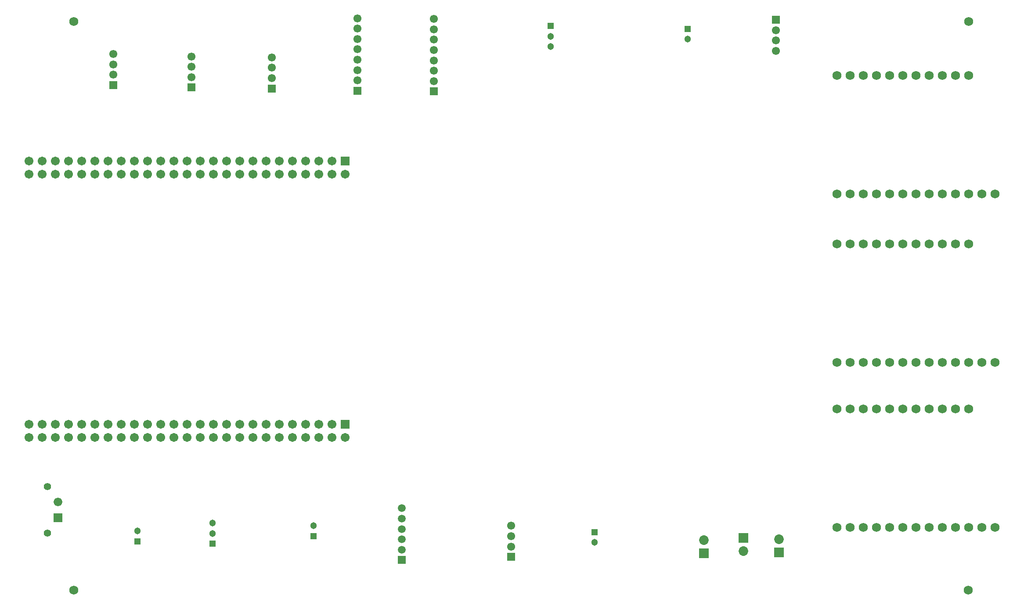
<source format=gbr>
%TF.GenerationSoftware,Altium Limited,Altium Designer,20.2.5 (213)*%
G04 Layer_Color=16711935*
%FSLAX26Y26*%
%MOIN*%
%TF.SameCoordinates,9BAFD9CD-774C-4051-972E-F2DD54F50950*%
%TF.FilePolarity,Negative*%
%TF.FileFunction,Soldermask,Bot*%
%TF.Part,Single*%
G01*
G75*
%TA.AperFunction,ComponentPad*%
%ADD42C,0.068000*%
%ADD43C,0.051276*%
%ADD44R,0.051276X0.051276*%
%ADD45R,0.061150X0.061150*%
%ADD46C,0.061150*%
%ADD47C,0.067370*%
%ADD48R,0.067370X0.067370*%
%ADD49R,0.072961X0.072961*%
%ADD50C,0.072961*%
%ADD51R,0.065843X0.065843*%
%ADD52C,0.065843*%
%ADD53C,0.056000*%
%ADD54R,0.059496X0.059496*%
%ADD55C,0.059496*%
%TA.AperFunction,ViaPad*%
%ADD56C,0.068000*%
D42*
X7825000Y3910000D02*
D03*
X7725000D02*
D03*
X7625000D02*
D03*
X7525000D02*
D03*
X7425000D02*
D03*
X7325000D02*
D03*
X7225000D02*
D03*
X7125000D02*
D03*
X7025000D02*
D03*
X6925000D02*
D03*
X6825000D02*
D03*
X6725000D02*
D03*
X6625000D02*
D03*
X7825000Y2630000D02*
D03*
X7725000D02*
D03*
X7625000D02*
D03*
X7525000D02*
D03*
X7425000D02*
D03*
X7325000D02*
D03*
X7225000D02*
D03*
X7125000D02*
D03*
X7025000D02*
D03*
X6925000D02*
D03*
X6825000D02*
D03*
X6725000D02*
D03*
X6625000D02*
D03*
Y4810000D02*
D03*
X6725000D02*
D03*
X6825000D02*
D03*
X6925000D02*
D03*
X7025000D02*
D03*
X7125000D02*
D03*
X7225000D02*
D03*
X7325000D02*
D03*
X7425000D02*
D03*
X7525000D02*
D03*
X7625000D02*
D03*
Y2275000D02*
D03*
X7525000D02*
D03*
X7425000D02*
D03*
X7325000D02*
D03*
X7225000D02*
D03*
X7125000D02*
D03*
X7025000D02*
D03*
X6925000D02*
D03*
X6825000D02*
D03*
X6725000D02*
D03*
X6625000D02*
D03*
X7625000Y3530000D02*
D03*
X7525000D02*
D03*
X7425000D02*
D03*
X7325000D02*
D03*
X7225000D02*
D03*
X7125000D02*
D03*
X7025000D02*
D03*
X6925000D02*
D03*
X6825000D02*
D03*
X6725000D02*
D03*
X6625000D02*
D03*
Y1375000D02*
D03*
X6725000D02*
D03*
X6825000D02*
D03*
X6925000D02*
D03*
X7025000D02*
D03*
X7125000D02*
D03*
X7225000D02*
D03*
X7325000D02*
D03*
X7425000D02*
D03*
X7525000D02*
D03*
X7625000D02*
D03*
X7725000D02*
D03*
X7825000D02*
D03*
D43*
X1885000Y1408740D02*
D03*
Y1330000D02*
D03*
X1315000Y1348740D02*
D03*
X4785000Y1261260D02*
D03*
X4450000Y5027520D02*
D03*
Y5106260D02*
D03*
X2650000Y1388740D02*
D03*
X5490000Y5085000D02*
D03*
D44*
X1885000Y1251260D02*
D03*
X1315000Y1270000D02*
D03*
X4785000Y1340000D02*
D03*
X4450000Y5185000D02*
D03*
X2650000Y1310000D02*
D03*
X5490000Y5163740D02*
D03*
D45*
X4150000Y1151260D02*
D03*
X2985000Y4692520D02*
D03*
X6160000Y5232480D02*
D03*
X1130000Y4736260D02*
D03*
X3565000Y4687520D02*
D03*
X2335000Y4710000D02*
D03*
X1725000Y4717520D02*
D03*
D46*
X4150000Y1230000D02*
D03*
Y1308740D02*
D03*
Y1387480D02*
D03*
X2985000Y5243702D02*
D03*
Y5164960D02*
D03*
Y5086220D02*
D03*
Y5007480D02*
D03*
Y4928740D02*
D03*
Y4850000D02*
D03*
Y4771260D02*
D03*
X6160000Y4996260D02*
D03*
Y5075000D02*
D03*
Y5153740D02*
D03*
X1130000Y4972480D02*
D03*
Y4893740D02*
D03*
Y4815000D02*
D03*
X3565000Y4766260D02*
D03*
Y4845000D02*
D03*
Y4923740D02*
D03*
Y5002480D02*
D03*
Y5081220D02*
D03*
Y5159960D02*
D03*
Y5238700D02*
D03*
X2335000Y4788740D02*
D03*
Y4867480D02*
D03*
Y4946220D02*
D03*
X1725000Y4796260D02*
D03*
Y4875000D02*
D03*
Y4953740D02*
D03*
D47*
X490000Y2060000D02*
D03*
Y2160000D02*
D03*
X590000Y2060000D02*
D03*
Y2160000D02*
D03*
X690000Y2060000D02*
D03*
Y2160000D02*
D03*
X790000Y2060000D02*
D03*
Y2160000D02*
D03*
X890000Y2060000D02*
D03*
Y2160000D02*
D03*
X990000Y2060000D02*
D03*
Y2160000D02*
D03*
X1090000Y2060000D02*
D03*
Y2160000D02*
D03*
X1190000Y2060000D02*
D03*
Y2160000D02*
D03*
X1290000Y2060000D02*
D03*
Y2160000D02*
D03*
X1390000Y2060000D02*
D03*
Y2160000D02*
D03*
X1490000Y2060000D02*
D03*
Y2160000D02*
D03*
X1590000Y2060000D02*
D03*
Y2160000D02*
D03*
X1690000Y2060000D02*
D03*
Y2160000D02*
D03*
X1790000Y2060000D02*
D03*
Y2160000D02*
D03*
X1890000Y2060000D02*
D03*
Y2160000D02*
D03*
X1990000Y2060000D02*
D03*
Y2160000D02*
D03*
X2090000Y2060000D02*
D03*
Y2160000D02*
D03*
X2190000Y2060000D02*
D03*
Y2160000D02*
D03*
X2290000Y2060000D02*
D03*
Y2160000D02*
D03*
X2390000Y2060000D02*
D03*
Y2160000D02*
D03*
X2490000Y2060000D02*
D03*
Y2160000D02*
D03*
X2590000Y2060000D02*
D03*
Y2160000D02*
D03*
X2690000Y2060000D02*
D03*
Y2160000D02*
D03*
X2790000Y2060000D02*
D03*
Y2160000D02*
D03*
X2890000Y2060000D02*
D03*
X490000Y4060000D02*
D03*
Y4160000D02*
D03*
X590000Y4060000D02*
D03*
Y4160000D02*
D03*
X690000Y4060000D02*
D03*
Y4160000D02*
D03*
X790000Y4060000D02*
D03*
Y4160000D02*
D03*
X890000Y4060000D02*
D03*
Y4160000D02*
D03*
X990000Y4060000D02*
D03*
Y4160000D02*
D03*
X1090000Y4060000D02*
D03*
Y4160000D02*
D03*
X1190000Y4060000D02*
D03*
Y4160000D02*
D03*
X1290000Y4060000D02*
D03*
Y4160000D02*
D03*
X1390000Y4060000D02*
D03*
Y4160000D02*
D03*
X1490000Y4060000D02*
D03*
Y4160000D02*
D03*
X1590000Y4060000D02*
D03*
Y4160000D02*
D03*
X1690000Y4060000D02*
D03*
Y4160000D02*
D03*
X1790000Y4060000D02*
D03*
Y4160000D02*
D03*
X1890000Y4060000D02*
D03*
Y4160000D02*
D03*
X1990000Y4060000D02*
D03*
Y4160000D02*
D03*
X2090000Y4060000D02*
D03*
Y4160000D02*
D03*
X2190000Y4060000D02*
D03*
Y4160000D02*
D03*
X2290000Y4060000D02*
D03*
Y4160000D02*
D03*
X2390000Y4060000D02*
D03*
Y4160000D02*
D03*
X2490000Y4060000D02*
D03*
Y4160000D02*
D03*
X2590000Y4060000D02*
D03*
Y4160000D02*
D03*
X2690000Y4060000D02*
D03*
Y4160000D02*
D03*
X2790000Y4060000D02*
D03*
Y4160000D02*
D03*
X2890000Y4060000D02*
D03*
D48*
Y2160000D02*
D03*
Y4160000D02*
D03*
D49*
X6185000Y1185000D02*
D03*
X5915000Y1295000D02*
D03*
X5615000Y1180000D02*
D03*
D50*
X6185000Y1285000D02*
D03*
X5915000Y1195000D02*
D03*
X5615000Y1280000D02*
D03*
D51*
X710000Y1450000D02*
D03*
D52*
Y1568110D02*
D03*
D53*
X632834Y1331890D02*
D03*
Y1686220D02*
D03*
D54*
X3320000Y1127520D02*
D03*
D55*
Y1206260D02*
D03*
Y1285000D02*
D03*
Y1363740D02*
D03*
Y1442480D02*
D03*
Y1521220D02*
D03*
D56*
X830000Y900000D02*
D03*
X7620000D02*
D03*
X7625000Y5220000D02*
D03*
X830000D02*
D03*
%TF.MD5,436b83f98e9b74b8d6dac6609dd2a888*%
M02*

</source>
